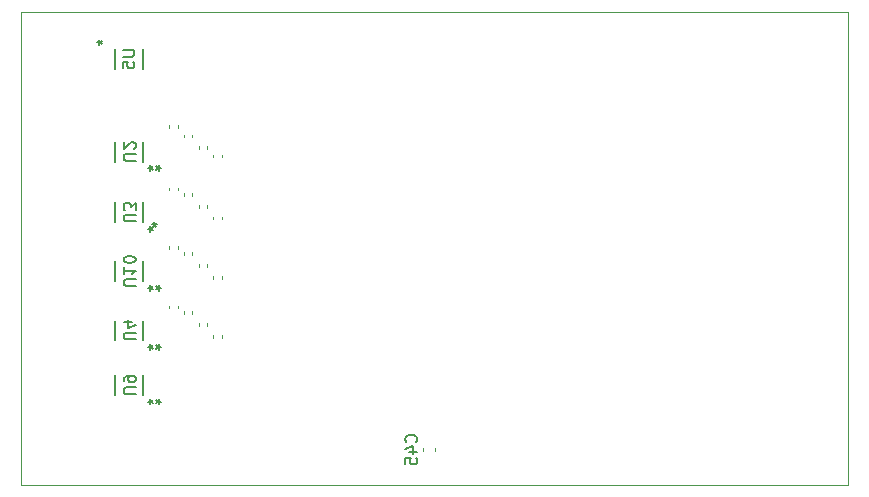
<source format=gbr>
%TF.GenerationSoftware,KiCad,Pcbnew,9.0.2-2.fc42*%
%TF.CreationDate,2025-06-23T11:30:10+02:00*%
%TF.ProjectId,bioamplifier,62696f61-6d70-46c6-9966-6965722e6b69,rev?*%
%TF.SameCoordinates,Original*%
%TF.FileFunction,Legend,Bot*%
%TF.FilePolarity,Positive*%
%FSLAX46Y46*%
G04 Gerber Fmt 4.6, Leading zero omitted, Abs format (unit mm)*
G04 Created by KiCad (PCBNEW 9.0.2-2.fc42) date 2025-06-23 11:30:10*
%MOMM*%
%LPD*%
G01*
G04 APERTURE LIST*
%ADD10C,0.150000*%
%ADD11C,0.120000*%
%ADD12C,0.152400*%
%TA.AperFunction,Profile*%
%ADD13C,0.100000*%
%TD*%
G04 APERTURE END LIST*
D10*
X85792080Y-108444642D02*
X85839700Y-108397023D01*
X85839700Y-108397023D02*
X85887319Y-108254166D01*
X85887319Y-108254166D02*
X85887319Y-108158928D01*
X85887319Y-108158928D02*
X85839700Y-108016071D01*
X85839700Y-108016071D02*
X85744461Y-107920833D01*
X85744461Y-107920833D02*
X85649223Y-107873214D01*
X85649223Y-107873214D02*
X85458747Y-107825595D01*
X85458747Y-107825595D02*
X85315890Y-107825595D01*
X85315890Y-107825595D02*
X85125414Y-107873214D01*
X85125414Y-107873214D02*
X85030176Y-107920833D01*
X85030176Y-107920833D02*
X84934938Y-108016071D01*
X84934938Y-108016071D02*
X84887319Y-108158928D01*
X84887319Y-108158928D02*
X84887319Y-108254166D01*
X84887319Y-108254166D02*
X84934938Y-108397023D01*
X84934938Y-108397023D02*
X84982557Y-108444642D01*
X85220652Y-109301785D02*
X85887319Y-109301785D01*
X84839700Y-109063690D02*
X85553985Y-108825595D01*
X85553985Y-108825595D02*
X85553985Y-109444642D01*
X84887319Y-110301785D02*
X84887319Y-109825595D01*
X84887319Y-109825595D02*
X85363509Y-109777976D01*
X85363509Y-109777976D02*
X85315890Y-109825595D01*
X85315890Y-109825595D02*
X85268271Y-109920833D01*
X85268271Y-109920833D02*
X85268271Y-110158928D01*
X85268271Y-110158928D02*
X85315890Y-110254166D01*
X85315890Y-110254166D02*
X85363509Y-110301785D01*
X85363509Y-110301785D02*
X85458747Y-110349404D01*
X85458747Y-110349404D02*
X85696842Y-110349404D01*
X85696842Y-110349404D02*
X85792080Y-110301785D01*
X85792080Y-110301785D02*
X85839700Y-110254166D01*
X85839700Y-110254166D02*
X85887319Y-110158928D01*
X85887319Y-110158928D02*
X85887319Y-109920833D01*
X85887319Y-109920833D02*
X85839700Y-109825595D01*
X85839700Y-109825595D02*
X85792080Y-109777976D01*
X62045180Y-104398554D02*
X61235657Y-104398554D01*
X61235657Y-104398554D02*
X61140419Y-104350935D01*
X61140419Y-104350935D02*
X61092800Y-104303316D01*
X61092800Y-104303316D02*
X61045180Y-104208078D01*
X61045180Y-104208078D02*
X61045180Y-104017602D01*
X61045180Y-104017602D02*
X61092800Y-103922364D01*
X61092800Y-103922364D02*
X61140419Y-103874745D01*
X61140419Y-103874745D02*
X61235657Y-103827126D01*
X61235657Y-103827126D02*
X62045180Y-103827126D01*
X61045180Y-103303316D02*
X61045180Y-103112840D01*
X61045180Y-103112840D02*
X61092800Y-103017602D01*
X61092800Y-103017602D02*
X61140419Y-102969983D01*
X61140419Y-102969983D02*
X61283276Y-102874745D01*
X61283276Y-102874745D02*
X61473752Y-102827126D01*
X61473752Y-102827126D02*
X61854704Y-102827126D01*
X61854704Y-102827126D02*
X61949942Y-102874745D01*
X61949942Y-102874745D02*
X61997561Y-102922364D01*
X61997561Y-102922364D02*
X62045180Y-103017602D01*
X62045180Y-103017602D02*
X62045180Y-103208078D01*
X62045180Y-103208078D02*
X61997561Y-103303316D01*
X61997561Y-103303316D02*
X61949942Y-103350935D01*
X61949942Y-103350935D02*
X61854704Y-103398554D01*
X61854704Y-103398554D02*
X61616609Y-103398554D01*
X61616609Y-103398554D02*
X61521371Y-103350935D01*
X61521371Y-103350935D02*
X61473752Y-103303316D01*
X61473752Y-103303316D02*
X61426133Y-103208078D01*
X61426133Y-103208078D02*
X61426133Y-103017602D01*
X61426133Y-103017602D02*
X61473752Y-102922364D01*
X61473752Y-102922364D02*
X61521371Y-102874745D01*
X61521371Y-102874745D02*
X61616609Y-102827126D01*
X63103419Y-105027300D02*
X63341514Y-105027300D01*
X63246276Y-104789205D02*
X63341514Y-105027300D01*
X63341514Y-105027300D02*
X63246276Y-105265395D01*
X63531990Y-104884443D02*
X63341514Y-105027300D01*
X63341514Y-105027300D02*
X63531990Y-105170157D01*
X64193780Y-105027299D02*
X63955685Y-105027299D01*
X64050923Y-105265394D02*
X63955685Y-105027299D01*
X63955685Y-105027299D02*
X64050923Y-104789204D01*
X63765209Y-105170156D02*
X63955685Y-105027299D01*
X63955685Y-105027299D02*
X63765209Y-104884442D01*
X62045180Y-84625254D02*
X61235657Y-84625254D01*
X61235657Y-84625254D02*
X61140419Y-84577635D01*
X61140419Y-84577635D02*
X61092800Y-84530016D01*
X61092800Y-84530016D02*
X61045180Y-84434778D01*
X61045180Y-84434778D02*
X61045180Y-84244302D01*
X61045180Y-84244302D02*
X61092800Y-84149064D01*
X61092800Y-84149064D02*
X61140419Y-84101445D01*
X61140419Y-84101445D02*
X61235657Y-84053826D01*
X61235657Y-84053826D02*
X62045180Y-84053826D01*
X61949942Y-83625254D02*
X61997561Y-83577635D01*
X61997561Y-83577635D02*
X62045180Y-83482397D01*
X62045180Y-83482397D02*
X62045180Y-83244302D01*
X62045180Y-83244302D02*
X61997561Y-83149064D01*
X61997561Y-83149064D02*
X61949942Y-83101445D01*
X61949942Y-83101445D02*
X61854704Y-83053826D01*
X61854704Y-83053826D02*
X61759466Y-83053826D01*
X61759466Y-83053826D02*
X61616609Y-83101445D01*
X61616609Y-83101445D02*
X61045180Y-83672873D01*
X61045180Y-83672873D02*
X61045180Y-83053826D01*
X64193780Y-85253999D02*
X63955685Y-85253999D01*
X64050923Y-85492094D02*
X63955685Y-85253999D01*
X63955685Y-85253999D02*
X64050923Y-85015904D01*
X63765209Y-85396856D02*
X63955685Y-85253999D01*
X63955685Y-85253999D02*
X63765209Y-85111142D01*
X63103419Y-85254000D02*
X63341514Y-85254000D01*
X63246276Y-85015905D02*
X63341514Y-85254000D01*
X63341514Y-85254000D02*
X63246276Y-85492095D01*
X63531990Y-85111143D02*
X63341514Y-85254000D01*
X63341514Y-85254000D02*
X63531990Y-85396857D01*
X62045180Y-95238094D02*
X61235657Y-95238094D01*
X61235657Y-95238094D02*
X61140419Y-95190475D01*
X61140419Y-95190475D02*
X61092800Y-95142856D01*
X61092800Y-95142856D02*
X61045180Y-95047618D01*
X61045180Y-95047618D02*
X61045180Y-94857142D01*
X61045180Y-94857142D02*
X61092800Y-94761904D01*
X61092800Y-94761904D02*
X61140419Y-94714285D01*
X61140419Y-94714285D02*
X61235657Y-94666666D01*
X61235657Y-94666666D02*
X62045180Y-94666666D01*
X61045180Y-93666666D02*
X61045180Y-94238094D01*
X61045180Y-93952380D02*
X62045180Y-93952380D01*
X62045180Y-93952380D02*
X61902323Y-94047618D01*
X61902323Y-94047618D02*
X61807085Y-94142856D01*
X61807085Y-94142856D02*
X61759466Y-94238094D01*
X62045180Y-93047618D02*
X62045180Y-92952380D01*
X62045180Y-92952380D02*
X61997561Y-92857142D01*
X61997561Y-92857142D02*
X61949942Y-92809523D01*
X61949942Y-92809523D02*
X61854704Y-92761904D01*
X61854704Y-92761904D02*
X61664228Y-92714285D01*
X61664228Y-92714285D02*
X61426133Y-92714285D01*
X61426133Y-92714285D02*
X61235657Y-92761904D01*
X61235657Y-92761904D02*
X61140419Y-92809523D01*
X61140419Y-92809523D02*
X61092800Y-92857142D01*
X61092800Y-92857142D02*
X61045180Y-92952380D01*
X61045180Y-92952380D02*
X61045180Y-93047618D01*
X61045180Y-93047618D02*
X61092800Y-93142856D01*
X61092800Y-93142856D02*
X61140419Y-93190475D01*
X61140419Y-93190475D02*
X61235657Y-93238094D01*
X61235657Y-93238094D02*
X61426133Y-93285713D01*
X61426133Y-93285713D02*
X61664228Y-93285713D01*
X61664228Y-93285713D02*
X61854704Y-93238094D01*
X61854704Y-93238094D02*
X61949942Y-93190475D01*
X61949942Y-93190475D02*
X61997561Y-93142856D01*
X61997561Y-93142856D02*
X62045180Y-93047618D01*
X64193780Y-95390649D02*
X63955685Y-95390649D01*
X64050923Y-95628744D02*
X63955685Y-95390649D01*
X63955685Y-95390649D02*
X64050923Y-95152554D01*
X63765209Y-95533506D02*
X63955685Y-95390649D01*
X63955685Y-95390649D02*
X63765209Y-95247792D01*
X63103419Y-95390650D02*
X63341514Y-95390650D01*
X63246276Y-95152555D02*
X63341514Y-95390650D01*
X63341514Y-95390650D02*
X63246276Y-95628745D01*
X63531990Y-95247793D02*
X63341514Y-95390650D01*
X63341514Y-95390650D02*
X63531990Y-95533507D01*
X62045180Y-99761904D02*
X61235657Y-99761904D01*
X61235657Y-99761904D02*
X61140419Y-99714285D01*
X61140419Y-99714285D02*
X61092800Y-99666666D01*
X61092800Y-99666666D02*
X61045180Y-99571428D01*
X61045180Y-99571428D02*
X61045180Y-99380952D01*
X61045180Y-99380952D02*
X61092800Y-99285714D01*
X61092800Y-99285714D02*
X61140419Y-99238095D01*
X61140419Y-99238095D02*
X61235657Y-99190476D01*
X61235657Y-99190476D02*
X62045180Y-99190476D01*
X61711847Y-98285714D02*
X61045180Y-98285714D01*
X62092800Y-98523809D02*
X61378514Y-98761904D01*
X61378514Y-98761904D02*
X61378514Y-98142857D01*
X64193780Y-100390649D02*
X63955685Y-100390649D01*
X64050923Y-100628744D02*
X63955685Y-100390649D01*
X63955685Y-100390649D02*
X64050923Y-100152554D01*
X63765209Y-100533506D02*
X63955685Y-100390649D01*
X63955685Y-100390649D02*
X63765209Y-100247792D01*
X63103419Y-100390650D02*
X63341514Y-100390650D01*
X63246276Y-100152555D02*
X63341514Y-100390650D01*
X63341514Y-100390650D02*
X63246276Y-100628745D01*
X63531990Y-100247793D02*
X63341514Y-100390650D01*
X63341514Y-100390650D02*
X63531990Y-100533507D01*
X62045180Y-89761904D02*
X61235657Y-89761904D01*
X61235657Y-89761904D02*
X61140419Y-89714285D01*
X61140419Y-89714285D02*
X61092800Y-89666666D01*
X61092800Y-89666666D02*
X61045180Y-89571428D01*
X61045180Y-89571428D02*
X61045180Y-89380952D01*
X61045180Y-89380952D02*
X61092800Y-89285714D01*
X61092800Y-89285714D02*
X61140419Y-89238095D01*
X61140419Y-89238095D02*
X61235657Y-89190476D01*
X61235657Y-89190476D02*
X62045180Y-89190476D01*
X62045180Y-88809523D02*
X62045180Y-88190476D01*
X62045180Y-88190476D02*
X61664228Y-88523809D01*
X61664228Y-88523809D02*
X61664228Y-88380952D01*
X61664228Y-88380952D02*
X61616609Y-88285714D01*
X61616609Y-88285714D02*
X61568990Y-88238095D01*
X61568990Y-88238095D02*
X61473752Y-88190476D01*
X61473752Y-88190476D02*
X61235657Y-88190476D01*
X61235657Y-88190476D02*
X61140419Y-88238095D01*
X61140419Y-88238095D02*
X61092800Y-88285714D01*
X61092800Y-88285714D02*
X61045180Y-88380952D01*
X61045180Y-88380952D02*
X61045180Y-88666666D01*
X61045180Y-88666666D02*
X61092800Y-88761904D01*
X61092800Y-88761904D02*
X61140419Y-88809523D01*
X63103419Y-90390650D02*
X63341514Y-90390650D01*
X63246276Y-90152555D02*
X63341514Y-90390650D01*
X63341514Y-90390650D02*
X63246276Y-90628745D01*
X63531990Y-90247793D02*
X63341514Y-90390650D01*
X63341514Y-90390650D02*
X63531990Y-90533507D01*
X63648599Y-89845469D02*
X63648599Y-90083564D01*
X63886694Y-89988326D02*
X63648599Y-90083564D01*
X63648599Y-90083564D02*
X63410504Y-89988326D01*
X63791456Y-90274040D02*
X63648599Y-90083564D01*
X63648599Y-90083564D02*
X63505742Y-90274040D01*
X60954819Y-75238095D02*
X61764342Y-75238095D01*
X61764342Y-75238095D02*
X61859580Y-75285714D01*
X61859580Y-75285714D02*
X61907200Y-75333333D01*
X61907200Y-75333333D02*
X61954819Y-75428571D01*
X61954819Y-75428571D02*
X61954819Y-75619047D01*
X61954819Y-75619047D02*
X61907200Y-75714285D01*
X61907200Y-75714285D02*
X61859580Y-75761904D01*
X61859580Y-75761904D02*
X61764342Y-75809523D01*
X61764342Y-75809523D02*
X60954819Y-75809523D01*
X60954819Y-76761904D02*
X60954819Y-76285714D01*
X60954819Y-76285714D02*
X61431009Y-76238095D01*
X61431009Y-76238095D02*
X61383390Y-76285714D01*
X61383390Y-76285714D02*
X61335771Y-76380952D01*
X61335771Y-76380952D02*
X61335771Y-76619047D01*
X61335771Y-76619047D02*
X61383390Y-76714285D01*
X61383390Y-76714285D02*
X61431009Y-76761904D01*
X61431009Y-76761904D02*
X61526247Y-76809523D01*
X61526247Y-76809523D02*
X61764342Y-76809523D01*
X61764342Y-76809523D02*
X61859580Y-76761904D01*
X61859580Y-76761904D02*
X61907200Y-76714285D01*
X61907200Y-76714285D02*
X61954819Y-76619047D01*
X61954819Y-76619047D02*
X61954819Y-76380952D01*
X61954819Y-76380952D02*
X61907200Y-76285714D01*
X61907200Y-76285714D02*
X61859580Y-76238095D01*
X58806219Y-74609350D02*
X59044314Y-74609350D01*
X58949076Y-74371255D02*
X59044314Y-74609350D01*
X59044314Y-74609350D02*
X58949076Y-74847445D01*
X59234790Y-74466493D02*
X59044314Y-74609350D01*
X59044314Y-74609350D02*
X59234790Y-74752207D01*
X58806219Y-74609350D02*
X59044314Y-74609350D01*
X58949076Y-74371255D02*
X59044314Y-74609350D01*
X59044314Y-74609350D02*
X58949076Y-74847445D01*
X59234790Y-74466493D02*
X59044314Y-74609350D01*
X59044314Y-74609350D02*
X59234790Y-74752207D01*
D11*
%TO.C,C17*%
X68640000Y-84357836D02*
X68640000Y-84142164D01*
X69360000Y-84357836D02*
X69360000Y-84142164D01*
%TO.C,C16*%
X67390000Y-88627836D02*
X67390000Y-88412164D01*
X68110000Y-88627836D02*
X68110000Y-88412164D01*
%TO.C,C45*%
X86352500Y-109228080D02*
X86352500Y-108946920D01*
X87372500Y-109228080D02*
X87372500Y-108946920D01*
%TO.C,C32*%
X66140000Y-82627836D02*
X66140000Y-82412164D01*
X66860000Y-82627836D02*
X66860000Y-82412164D01*
%TO.C,C13*%
X68640000Y-94607836D02*
X68640000Y-94392164D01*
X69360000Y-94607836D02*
X69360000Y-94392164D01*
D12*
%TO.C,U9*%
X60293500Y-102798450D02*
X60293500Y-104474850D01*
X62706500Y-104474850D02*
X62706500Y-102798450D01*
D11*
%TO.C,C33*%
X64890000Y-81857836D02*
X64890000Y-81642164D01*
X65610000Y-81857836D02*
X65610000Y-81642164D01*
%TO.C,C36*%
X64890000Y-97107836D02*
X64890000Y-96892164D01*
X65610000Y-97107836D02*
X65610000Y-96892164D01*
%TO.C,C35*%
X64890000Y-92107836D02*
X64890000Y-91892164D01*
X65610000Y-92107836D02*
X65610000Y-91892164D01*
%TO.C,C18*%
X67390000Y-83607836D02*
X67390000Y-83392164D01*
X68110000Y-83607836D02*
X68110000Y-83392164D01*
%TO.C,C26*%
X66140000Y-97607836D02*
X66140000Y-97392164D01*
X66860000Y-97607836D02*
X66860000Y-97392164D01*
%TO.C,C31*%
X64890000Y-87127836D02*
X64890000Y-86912164D01*
X65610000Y-87127836D02*
X65610000Y-86912164D01*
%TO.C,C34*%
X66140000Y-92587836D02*
X66140000Y-92372164D01*
X66860000Y-92587836D02*
X66860000Y-92372164D01*
%TO.C,C14*%
X67390000Y-93607836D02*
X67390000Y-93392164D01*
X68110000Y-93607836D02*
X68110000Y-93392164D01*
%TO.C,C11*%
X68640000Y-99607836D02*
X68640000Y-99392164D01*
X69360000Y-99607836D02*
X69360000Y-99392164D01*
%TO.C,C28*%
X66140000Y-87607836D02*
X66140000Y-87392164D01*
X66860000Y-87607836D02*
X66860000Y-87392164D01*
D12*
%TO.C,U2*%
X60293500Y-83025150D02*
X60293500Y-84701550D01*
X62706500Y-84701550D02*
X62706500Y-83025150D01*
%TO.C,U10*%
X60293500Y-93161800D02*
X60293500Y-94838200D01*
X62706500Y-94838200D02*
X62706500Y-93161800D01*
%TO.C,U4*%
X60293500Y-98161800D02*
X60293500Y-99838200D01*
X62706500Y-99838200D02*
X62706500Y-98161800D01*
%TO.C,U3*%
X60293500Y-88161800D02*
X60293500Y-89838200D01*
X62706500Y-89838200D02*
X62706500Y-88161800D01*
D11*
%TO.C,C12*%
X67390000Y-98607836D02*
X67390000Y-98392164D01*
X68110000Y-98607836D02*
X68110000Y-98392164D01*
%TO.C,C15*%
X68640000Y-89587836D02*
X68640000Y-89372164D01*
X69360000Y-89587836D02*
X69360000Y-89372164D01*
D12*
%TO.C,U5*%
X60293500Y-75161800D02*
X60293500Y-76838200D01*
X62706500Y-76838200D02*
X62706500Y-75161800D01*
%TD*%
D13*
X52375000Y-72050000D02*
X122375000Y-72050000D01*
X122375000Y-112050000D01*
X52375000Y-112050000D01*
X52375000Y-72050000D01*
M02*

</source>
